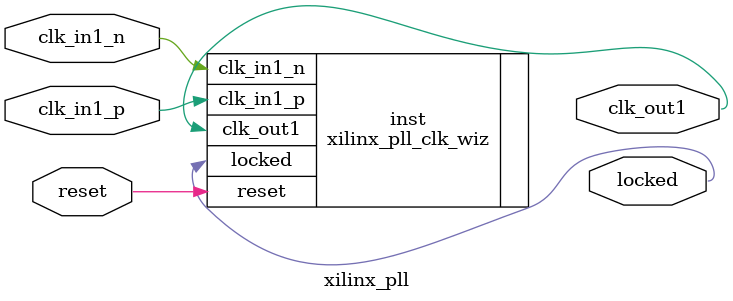
<source format=v>


`timescale 1ps/1ps

(* CORE_GENERATION_INFO = "xilinx_pll,clk_wiz_v5_3_1,{component_name=xilinx_pll,use_phase_alignment=true,use_min_o_jitter=false,use_max_i_jitter=false,use_dyn_phase_shift=false,use_inclk_switchover=false,use_dyn_reconfig=false,enable_axi=0,feedback_source=FDBK_AUTO,PRIMITIVE=MMCM,num_out_clk=1,clkin1_period=5.0,clkin2_period=10.0,use_power_down=false,use_reset=true,use_locked=true,use_inclk_stopped=false,feedback_type=SINGLE,CLOCK_MGR_TYPE=NA,manual_override=false}" *)

module xilinx_pll 
 (
 // Clock in ports
  input         clk_in1_p,
  input         clk_in1_n,
  // Clock out ports
  output        clk_out1,
  // Status and control signals
  input         reset,
  output        locked
 );

  xilinx_pll_clk_wiz inst
  (
 // Clock in ports
  .clk_in1_p(clk_in1_p),
  .clk_in1_n(clk_in1_n),
  // Clock out ports  
  .clk_out1(clk_out1),
  // Status and control signals               
  .reset(reset), 
  .locked(locked)            
  );

endmodule

</source>
